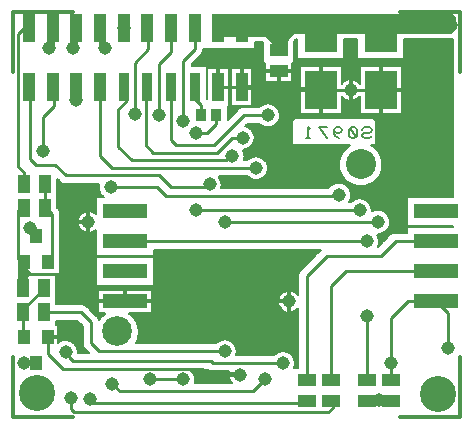
<source format=gbr>
%FSLAX23Y23*%
%MOIN*%
G04 EasyPC Gerber Version 13.0.2 Build 2807 *
%ADD150R,0.03500X0.04000*%
%ADD154R,0.03700X0.09500*%
%ADD153R,0.04000X0.04800*%
%ADD90R,0.04000X0.06000*%
%ADD79R,0.06000X0.04000*%
%ADD91R,0.04300X0.09500*%
%ADD151R,0.15000X0.05000*%
%ADD152R,0.11000X0.13000*%
%ADD75C,0.00500*%
%ADD83C,0.01100*%
%ADD74C,0.01200*%
%ADD82C,0.04500*%
%ADD78C,0.09900*%
%ADD20C,0.10000*%
%ADD76C,0.12000*%
X0Y0D02*
D02*
D20*
X18414Y18182D03*
D02*
D74*
X17255Y17540D02*
Y17340D01*
X17455*
X17255Y17540D02*
Y17340D01*
X17455*
X17384Y17608D02*
X17408D01*
X17455Y18690D02*
X17255D01*
Y18490*
X17455Y18690D02*
X17255D01*
Y18490*
X17489Y17990D02*
X17465D01*
X17505Y17973D02*
Y17949D01*
Y18006D02*
Y18030D01*
X17559Y17725D02*
X17535D01*
X17628Y17744D02*
Y17768D01*
X17697Y17725D02*
X17721D01*
X17939Y18481D02*
Y18505D01*
X17994Y17480D02*
X17970D01*
X18017Y18481D02*
Y18505D01*
X18033Y18440D02*
X18057D01*
X18117Y18493D02*
X18093D01*
X18141Y18479D02*
Y18455D01*
X18159Y17725D02*
X18135D01*
X18165Y18493D02*
X18189D01*
X18175Y17708D02*
Y17684D01*
Y17741D02*
Y17765D01*
X18231Y18430D02*
X18207D01*
X18280Y18371D02*
Y18347D01*
Y18489D02*
Y18513D01*
X18380Y18413D02*
Y18389D01*
Y18446D02*
Y18470D01*
X18480Y18371D02*
Y18347D01*
Y18489D02*
Y18513D01*
X18529Y18430D02*
X18553D01*
X18545Y17340D02*
X18745D01*
Y17540*
X18545Y17340D02*
X18745D01*
Y17540*
X18746Y18489D02*
Y18689D01*
X18546*
X18746Y18489D02*
Y18689D01*
X18546*
D02*
D75*
X17300Y17765D02*
Y17805D01*
X17310Y17815*
Y17820*
X17300Y17830*
Y17850*
X17295Y17855*
X17280*
X17275Y17850*
Y17770*
X17285Y17760*
X17300Y17765*
X17283Y17762D02*
X17291D01*
X17280Y17765D02*
X17300D01*
X17277Y17768D02*
X17300D01*
X17275Y17771D02*
X17300D01*
X17275Y17774D02*
X17300D01*
X17275Y17777D02*
X17300D01*
X17275Y17780D02*
X17300D01*
X17275Y17783D02*
X17300D01*
X17275Y17786D02*
X17300D01*
X17275Y17789D02*
X17300D01*
X17275Y17792D02*
X17300D01*
X17275Y17795D02*
X17300D01*
X17275Y17798D02*
X17300D01*
X17275Y17801D02*
X17300D01*
X17275Y17804D02*
X17300D01*
X17275Y17807D02*
X17302D01*
X17275Y17810D02*
X17305D01*
X17275Y17813D02*
X17308D01*
X17275Y17816D02*
X17310D01*
X17275Y17819D02*
X17310D01*
X17275Y17822D02*
X17308D01*
X17275Y17825D02*
X17305D01*
X17275Y17828D02*
X17302D01*
X17275Y17831D02*
X17300D01*
X17275Y17834D02*
X17300D01*
X17275Y17837D02*
X17300D01*
X17275Y17840D02*
X17300D01*
X17275Y17843D02*
X17300D01*
X17275Y17846D02*
X17300D01*
X17275Y17849D02*
X17300D01*
X17277Y17852D02*
X17298D01*
X17399Y17646D02*
X17405D01*
Y17588*
X17413Y17593*
X17423Y17596*
X17433Y17596*
X17444Y17594*
X17453Y17590*
X17461Y17583*
X17467Y17575*
X17470Y17565*
X17472Y17555*
X17472Y17553*
X17507*
X17495Y17565*
X17491Y17571*
X17488Y17577*
X17487Y17585*
Y17643*
X17469Y17661*
X17399*
Y17646*
X17472Y17553D02*
X17507D01*
X17472Y17556D02*
X17504D01*
X17471Y17559D02*
X17501D01*
X17471Y17562D02*
X17498D01*
X17470Y17565D02*
X17495D01*
X17469Y17568D02*
X17492D01*
X17468Y17571D02*
X17490D01*
X17467Y17574D02*
X17489D01*
X17465Y17577D02*
X17488D01*
X17463Y17580D02*
X17487D01*
X17460Y17583D02*
X17487D01*
X17457Y17586D02*
X17487D01*
X17405Y17589D02*
X17407D01*
X17453D02*
X17487D01*
X17405Y17592D02*
X17412D01*
X17448D02*
X17487D01*
X17405Y17595D02*
X17421D01*
X17439D02*
X17487D01*
X17405Y17598D02*
X17487D01*
X17405Y17601D02*
X17487D01*
X17405Y17604D02*
X17487D01*
X17405Y17607D02*
X17487D01*
X17405Y17610D02*
X17487D01*
X17405Y17613D02*
X17487D01*
X17405Y17616D02*
X17487D01*
X17405Y17619D02*
X17487D01*
X17405Y17622D02*
X17487D01*
X17405Y17625D02*
X17487D01*
X17405Y17628D02*
X17487D01*
X17405Y17631D02*
X17487D01*
X17405Y17634D02*
X17487D01*
X17405Y17637D02*
X17487D01*
X17405Y17640D02*
X17487D01*
X17405Y17643D02*
X17487D01*
X17399Y17646D02*
X17484D01*
X17399Y17649D02*
X17481D01*
X17399Y17652D02*
X17478D01*
X17399Y17655D02*
X17475D01*
X17399Y17658D02*
X17472D01*
X17399Y17717D02*
X17481D01*
X17488Y17716*
X17495Y17713*
X17500Y17709*
X17535Y17675*
X17539Y17669*
X17542Y17663*
X17548Y17672*
X17555Y17679*
X17563Y17685*
X17538*
Y17764*
X17717*
Y17685*
X17642*
X17652Y17677*
X17661Y17666*
X17668Y17654*
X17673Y17641*
X17674Y17627*
X17674Y17614*
X17670Y17600*
X17664Y17588*
X17931*
X17940Y17594*
X17950Y17598*
X17960Y17600*
X17971Y17598*
X17981Y17594*
X17989Y17587*
X17995Y17579*
X17999Y17569*
X18000Y17558*
X17998Y17548*
X18126*
X18135Y17554*
X18145Y17559*
X18156Y17560*
X18167Y17558*
X18177Y17553*
X18185Y17546*
X18191Y17536*
X18195Y17526*
X18195Y17515*
X18192Y17504*
X18205*
Y17704*
X18198Y17696*
X18189Y17691*
X18179Y17688*
X18169Y17688*
X18159Y17691*
X18150Y17697*
X18144Y17705*
X18139Y17714*
X18138Y17725*
X18139Y17735*
X18144Y17745*
X18150Y17752*
X18159Y17758*
X18169Y17761*
X18179Y17761*
X18189Y17759*
X18198Y17753*
X18205Y17746*
Y17810*
X18206Y17817*
X18209Y17825*
X18214Y17831*
X18279Y17896*
X18280Y17897*
X17725*
Y17877*
X17530*
Y17962*
X17521Y17956*
X17511Y17953*
X17500Y17953*
X17490Y17956*
X17481Y17962*
X17474Y17970*
X17470Y17979*
X17468Y17990*
X17470Y18000*
X17474Y18010*
X17481Y18018*
X17490Y18024*
X17500Y18026*
X17511Y18026*
X17521Y18023*
X17530Y18017*
Y18072*
X17557*
X17549Y18079*
X17544Y18087*
X17541Y18097*
X17540Y18107*
X17542Y18117*
X17430*
X17423Y18118*
X17416Y18120*
X17410Y18125*
X17403Y18132*
Y18037*
X17405Y18035*
X17409Y18029*
X17412Y18022*
X17413Y18015*
Y17870*
X17413Y17864*
Y17810*
X17399*
Y17718*
X17399*
Y17717*
X17530Y17872D02*
X17725D01*
Y17777*
X17530*
Y17872*
X18193Y17507D02*
X18205D01*
X18194Y17510D02*
X18205D01*
X18194Y17513D02*
X18205D01*
X18195Y17516D02*
X18205D01*
X18195Y17519D02*
X18205D01*
X18195Y17522D02*
X18205D01*
X18195Y17525D02*
X18205D01*
X18194Y17528D02*
X18205D01*
X18193Y17531D02*
X18205D01*
X18192Y17534D02*
X18205D01*
X18191Y17537D02*
X18205D01*
X18189Y17540D02*
X18205D01*
X18187Y17543D02*
X18205D01*
X18185Y17546D02*
X18205D01*
X17999Y17549D02*
X18128D01*
X18182D02*
X18205D01*
X17999Y17552D02*
X18131D01*
X18179D02*
X18205D01*
X18000Y17555D02*
X18136D01*
X18174D02*
X18205D01*
X18000Y17558D02*
X18144D01*
X18166D02*
X18205D01*
X18000Y17561D02*
X18205D01*
X18000Y17564D02*
X18205D01*
X17999Y17567D02*
X18205D01*
X17999Y17570D02*
X18205D01*
X17998Y17573D02*
X18205D01*
X17997Y17576D02*
X18205D01*
X17995Y17579D02*
X18205D01*
X17993Y17582D02*
X18205D01*
X17991Y17585D02*
X18205D01*
X17664Y17588D02*
X17932D01*
X17988D02*
X18205D01*
X17666Y17591D02*
X17935D01*
X17985D02*
X18205D01*
X17668Y17594D02*
X17940D01*
X17980D02*
X18205D01*
X17669Y17597D02*
X17946D01*
X17974D02*
X18205D01*
X17670Y17600D02*
X18205D01*
X17671Y17603D02*
X18205D01*
X17672Y17606D02*
X18205D01*
X17673Y17609D02*
X18205D01*
X17673Y17612D02*
X18205D01*
X17674Y17615D02*
X18205D01*
X17674Y17618D02*
X18205D01*
X17674Y17621D02*
X18205D01*
X17675Y17624D02*
X18205D01*
X17674Y17627D02*
X18205D01*
X17674Y17630D02*
X18205D01*
X17674Y17633D02*
X18205D01*
X17674Y17636D02*
X18205D01*
X17673Y17639D02*
X18205D01*
X17672Y17642D02*
X18205D01*
X17672Y17645D02*
X18205D01*
X17671Y17648D02*
X18205D01*
X17670Y17651D02*
X18205D01*
X17668Y17654D02*
X18205D01*
X17667Y17657D02*
X18205D01*
X17665Y17660D02*
X18205D01*
X17663Y17663D02*
X18205D01*
X17541Y17666D02*
X17544D01*
X17661D02*
X18205D01*
X17539Y17669D02*
X17546D01*
X17659D02*
X18205D01*
X17537Y17672D02*
X17548D01*
X17657D02*
X18205D01*
X17534Y17675D02*
X17551D01*
X17654D02*
X18205D01*
X17531Y17678D02*
X17554D01*
X17651D02*
X18205D01*
X17528Y17681D02*
X17558D01*
X17647D02*
X18205D01*
X17525Y17684D02*
X17562D01*
X17643D02*
X18205D01*
X17522Y17687D02*
X17538D01*
X17717D02*
X18205D01*
X17519Y17690D02*
X17538D01*
X17717D02*
X18162D01*
X18188D02*
X18205D01*
X17516Y17693D02*
X17538D01*
X17717D02*
X18156D01*
X18194D02*
X18205D01*
X17513Y17696D02*
X17538D01*
X17717D02*
X18152D01*
X18198D02*
X18205D01*
X17510Y17699D02*
X17538D01*
X17717D02*
X18148D01*
X18202D02*
X18205D01*
X17507Y17702D02*
X17538D01*
X17717D02*
X18146D01*
X18204D02*
X18205D01*
X17504Y17705D02*
X17538D01*
X17717D02*
X18144D01*
X17501Y17708D02*
X17538D01*
X17717D02*
X18142D01*
X17498Y17711D02*
X17538D01*
X17717D02*
X18141D01*
X17493Y17714D02*
X17538D01*
X17717D02*
X18140D01*
X17399Y17717D02*
X17538D01*
X17717D02*
X18139D01*
X17399Y17720D02*
X17538D01*
X17717D02*
X18138D01*
X17399Y17723D02*
X17538D01*
X17717D02*
X18138D01*
X17399Y17726D02*
X17538D01*
X17717D02*
X18138D01*
X17399Y17729D02*
X17538D01*
X17717D02*
X18138D01*
X17399Y17732D02*
X17538D01*
X17717D02*
X18139D01*
X17399Y17735D02*
X17538D01*
X17717D02*
X18139D01*
X17399Y17738D02*
X17538D01*
X17717D02*
X18140D01*
X17399Y17741D02*
X17538D01*
X17717D02*
X18142D01*
X17399Y17744D02*
X17538D01*
X17717D02*
X18143D01*
X17399Y17747D02*
X17538D01*
X17717D02*
X18146D01*
X18204D02*
X18205D01*
X17399Y17750D02*
X17538D01*
X17717D02*
X18148D01*
X18202D02*
X18205D01*
X17399Y17753D02*
X17538D01*
X17717D02*
X18151D01*
X18199D02*
X18205D01*
X17399Y17756D02*
X17538D01*
X17717D02*
X18155D01*
X18195D02*
X18205D01*
X17399Y17759D02*
X17538D01*
X17717D02*
X18161D01*
X18189D02*
X18205D01*
X17399Y17762D02*
X17538D01*
X17717D02*
X18205D01*
X17399Y17765D02*
X18205D01*
X17399Y17768D02*
X18205D01*
X17399Y17771D02*
X18205D01*
X17399Y17774D02*
X18205D01*
X17399Y17777D02*
X18205D01*
X17399Y17780D02*
X17530D01*
X17725D02*
X18205D01*
X17399Y17783D02*
X17530D01*
X17725D02*
X18205D01*
X17399Y17786D02*
X17530D01*
X17725D02*
X18205D01*
X17399Y17789D02*
X17530D01*
X17725D02*
X18205D01*
X17399Y17792D02*
X17530D01*
X17725D02*
X18205D01*
X17399Y17795D02*
X17530D01*
X17725D02*
X18205D01*
X17399Y17798D02*
X17530D01*
X17725D02*
X18205D01*
X17399Y17801D02*
X17530D01*
X17725D02*
X18205D01*
X17399Y17804D02*
X17530D01*
X17725D02*
X18205D01*
X17399Y17807D02*
X17530D01*
X17725D02*
X18205D01*
X17399Y17810D02*
X17530D01*
X17725D02*
X18205D01*
X17413Y17813D02*
X17530D01*
X17725D02*
X18206D01*
X17413Y17816D02*
X17530D01*
X17725D02*
X18206D01*
X17413Y17819D02*
X17530D01*
X17725D02*
X18207D01*
X17413Y17822D02*
X17530D01*
X17725D02*
X18208D01*
X17413Y17825D02*
X17530D01*
X17725D02*
X18210D01*
X17413Y17828D02*
X17530D01*
X17725D02*
X18212D01*
X17413Y17831D02*
X17530D01*
X17725D02*
X18215D01*
X17413Y17834D02*
X17530D01*
X17725D02*
X18218D01*
X17413Y17837D02*
X17530D01*
X17725D02*
X18221D01*
X17413Y17840D02*
X17530D01*
X17725D02*
X18224D01*
X17413Y17843D02*
X17530D01*
X17725D02*
X18227D01*
X17413Y17846D02*
X17530D01*
X17725D02*
X18230D01*
X17413Y17849D02*
X17530D01*
X17725D02*
X18233D01*
X17413Y17852D02*
X17530D01*
X17725D02*
X18236D01*
X17413Y17855D02*
X17530D01*
X17725D02*
X18239D01*
X17413Y17858D02*
X17530D01*
X17725D02*
X18242D01*
X17413Y17861D02*
X17530D01*
X17725D02*
X18245D01*
X17413Y17864D02*
X17530D01*
X17725D02*
X18248D01*
X17413Y17867D02*
X17530D01*
X17725D02*
X18251D01*
X17413Y17870D02*
X17530D01*
X17725D02*
X18254D01*
X17413Y17873D02*
X18257D01*
X17413Y17876D02*
X18260D01*
X17413Y17879D02*
X17530D01*
X17725D02*
X18263D01*
X17413Y17882D02*
X17530D01*
X17725D02*
X18266D01*
X17413Y17885D02*
X17530D01*
X17725D02*
X18269D01*
X17413Y17888D02*
X17530D01*
X17725D02*
X18272D01*
X17413Y17891D02*
X17530D01*
X17725D02*
X18275D01*
X17413Y17894D02*
X17530D01*
X17725D02*
X18278D01*
X17413Y17897D02*
X17530D01*
X17413Y17900D02*
X17530D01*
X17413Y17903D02*
X17530D01*
X17413Y17906D02*
X17530D01*
X17413Y17909D02*
X17530D01*
X17413Y17912D02*
X17530D01*
X17413Y17915D02*
X17530D01*
X17413Y17918D02*
X17530D01*
X17413Y17921D02*
X17530D01*
X17413Y17924D02*
X17530D01*
X17413Y17927D02*
X17530D01*
X17413Y17930D02*
X17530D01*
X17413Y17933D02*
X17530D01*
X17413Y17936D02*
X17530D01*
X17413Y17939D02*
X17530D01*
X17413Y17942D02*
X17530D01*
X17413Y17945D02*
X17530D01*
X17413Y17948D02*
X17530D01*
X17413Y17951D02*
X17530D01*
X17413Y17954D02*
X17495D01*
X17515D02*
X17530D01*
X17413Y17957D02*
X17488D01*
X17522D02*
X17530D01*
X17413Y17960D02*
X17483D01*
X17527D02*
X17530D01*
X17413Y17963D02*
X17479D01*
X17413Y17966D02*
X17477D01*
X17413Y17969D02*
X17474D01*
X17413Y17972D02*
X17472D01*
X17413Y17975D02*
X17471D01*
X17413Y17978D02*
X17470D01*
X17413Y17981D02*
X17469D01*
X17413Y17984D02*
X17468D01*
X17413Y17987D02*
X17468D01*
X17413Y17990D02*
X17468D01*
X17413Y17993D02*
X17468D01*
X17413Y17996D02*
X17469D01*
X17413Y17999D02*
X17469D01*
X17413Y18002D02*
X17470D01*
X17413Y18005D02*
X17471D01*
X17413Y18008D02*
X17473D01*
X17413Y18011D02*
X17475D01*
X17413Y18014D02*
X17477D01*
X17413Y18017D02*
X17480D01*
X17530D02*
X17530D01*
X17412Y18020D02*
X17484D01*
X17526D02*
X17530D01*
X17412Y18023D02*
X17489D01*
X17521D02*
X17530D01*
X17411Y18026D02*
X17498D01*
X17512D02*
X17530D01*
X17409Y18029D02*
X17530D01*
X17407Y18032D02*
X17530D01*
X17404Y18035D02*
X17530D01*
X17403Y18038D02*
X17530D01*
X17403Y18041D02*
X17530D01*
X17403Y18044D02*
X17530D01*
X17403Y18047D02*
X17530D01*
X17403Y18050D02*
X17530D01*
X17403Y18053D02*
X17530D01*
X17403Y18056D02*
X17530D01*
X17403Y18059D02*
X17530D01*
X17403Y18062D02*
X17530D01*
X17403Y18065D02*
X17530D01*
X17403Y18068D02*
X17530D01*
X17403Y18071D02*
X17530D01*
X17403Y18074D02*
X17554D01*
X17403Y18077D02*
X17551D01*
X17403Y18080D02*
X17548D01*
X17403Y18083D02*
X17546D01*
X17403Y18086D02*
X17545D01*
X17403Y18089D02*
X17543D01*
X17403Y18092D02*
X17542D01*
X17403Y18095D02*
X17541D01*
X17403Y18098D02*
X17541D01*
X17403Y18101D02*
X17540D01*
X17403Y18104D02*
X17540D01*
X17403Y18107D02*
X17540D01*
X17403Y18110D02*
X17540D01*
X17403Y18113D02*
X17541D01*
X17403Y18116D02*
X17542D01*
X17403Y18119D02*
X17419D01*
X17403Y18122D02*
X17414D01*
X17403Y18125D02*
X17410D01*
X17403Y18128D02*
X17407D01*
X17403Y18131D02*
X17404D01*
X17846Y17497D02*
X17854Y17490D01*
X17859Y17482*
X17862Y17472*
X17862Y17462*
X17861Y17453*
X17985*
X17978Y17461*
X17974Y17471*
X17973Y17481*
X17975Y17492*
X17920*
X17912Y17493*
X17904Y17497*
X17846*
X17861Y17455D02*
X17983D01*
X17862Y17458D02*
X17980D01*
X17862Y17461D02*
X17978D01*
X17862Y17464D02*
X17977D01*
X17862Y17467D02*
X17975D01*
X17862Y17470D02*
X17974D01*
X17862Y17473D02*
X17974D01*
X17861Y17476D02*
X17973D01*
X17860Y17479D02*
X17973D01*
X17859Y17482D02*
X17973D01*
X17857Y17485D02*
X17973D01*
X17855Y17488D02*
X17974D01*
X17853Y17491D02*
X17975D01*
X17850Y17494D02*
X17910D01*
X17851Y18510D02*
X17901D01*
Y18401*
X17903Y18399*
Y18502*
X17975*
Y18378*
X17970*
Y18329*
X18005Y18365*
X18011Y18369*
X18018Y18372*
X18025Y18373*
X18076*
X18085Y18379*
X18094Y18383*
X18105Y18385*
X18115Y18383*
X18125Y18379*
X18133Y18373*
X18140Y18365*
X18144Y18355*
X18145Y18345*
X18144Y18334*
X18140Y18325*
X18133Y18316*
X18125Y18310*
X18115Y18306*
X18105Y18305*
X18094Y18306*
X18085Y18310*
X18076Y18317*
X18037*
X18029Y18309*
X18038Y18305*
X18047Y18299*
X18054Y18291*
X18058Y18282*
X18060Y18271*
X18059Y18261*
X18055Y18251*
X18049Y18243*
X18041Y18236*
X18032Y18232*
X18021Y18230*
X18025Y18220*
X18027Y18209*
X18025Y18198*
X18036*
X18045Y18204*
X18054Y18208*
X18065Y18210*
X18075Y18208*
X18085Y18204*
X18093Y18198*
X18100Y18190*
X18104Y18180*
X18105Y18170*
X18104Y18159*
X18100Y18150*
X18093Y18141*
X18085Y18135*
X18075Y18131*
X18065Y18130*
X18054Y18131*
X18045Y18135*
X18036Y18142*
X17940*
X17945Y18133*
X17949Y18123*
X17950Y18113*
X17948Y18103*
X18305*
X18312Y18111*
X18321Y18117*
X18331Y18120*
X18342Y18121*
X18353Y18119*
X18363Y18115*
X18371Y18108*
X18377Y18099*
X18381Y18089*
X18382Y18078*
X18380Y18068*
X18375Y18058*
X18381*
X18390Y18064*
X18399Y18068*
X18410Y18070*
X18420Y18068*
X18430Y18064*
X18438Y18058*
X18445Y18050*
X18449Y18040*
X18450Y18030*
X18450Y18026*
X18460Y18030*
X18471Y18031*
X18481Y18030*
X18491Y18026*
X18500Y18019*
X18506Y18010*
X18510Y18000*
X18512Y17990*
X18510Y17979*
X18506Y17968*
X18498Y17959*
X18489Y17953*
X18479Y17949*
X18467Y17948*
X18472Y17939*
X18475Y17929*
X18474Y17918*
X18471Y17908*
X18509Y17946*
X18515Y17950*
X18522Y17953*
X18530Y17954*
X18567*
Y17972*
X18720*
Y17977*
X18567*
Y18072*
X18720*
Y18601*
X18714Y18600*
X18558*
Y18533*
X18403*
Y18600*
X18381*
X18375Y18600*
X18369Y18600*
X18358*
Y18532*
X18203*
Y18600*
X18200*
X18193Y18593*
Y18519*
X18185*
Y18458*
X18096*
Y18519*
X18088*
Y18589*
X18061*
Y18567*
X17888*
Y18565*
X17887Y18557*
X17884Y18551*
X17880Y18545*
X17851Y18516*
Y18510*
X18053Y18502D02*
Y18378D01*
X17981*
Y18502*
X18053*
X18350Y18409D02*
Y18350D01*
X18211*
Y18509*
X18350*
Y18451*
X18356Y18458*
X18365Y18464*
X18375Y18466*
X18385Y18466*
X18395Y18463*
X18404Y18458*
X18411Y18450*
Y18510*
X18550*
Y18351*
X18411*
Y18409*
X18404Y18402*
X18395Y18396*
X18385Y18393*
X18375Y18393*
X18365Y18396*
X18356Y18401*
X18350Y18409*
X18378Y18245D02*
X18198D01*
X18193Y18246*
X18189Y18248*
X18186Y18252*
X18185Y18257*
Y18322*
X18186Y18327*
X18189Y18331*
X18193Y18334*
X18198Y18335*
X18453*
X18457Y18334*
X18461Y18331*
X18464Y18327*
X18465Y18322*
Y18257*
X18464Y18252*
X18461Y18248*
X18457Y18246*
X18453Y18245*
X18449*
X18460Y18238*
X18469Y18229*
X18477Y18218*
X18482Y18207*
X18485Y18194*
X18486Y18182*
X18485Y18167*
X18481Y18154*
X18474Y18141*
X18465Y18130*
X18454Y18121*
X18442Y18115*
X18428Y18110*
X18414Y18109*
X18400Y18110*
X18386Y18115*
X18374Y18121*
X18363Y18130*
X18354Y18141*
X18347Y18154*
X18343Y18167*
X18341Y18182*
X18343Y18194*
X18346Y18207*
X18351Y18218*
X18359Y18229*
X18368Y18238*
X18378Y18245*
X18472Y17910D02*
X18473D01*
X18473Y17913D02*
X18476D01*
X18474Y17916D02*
X18479D01*
X18475Y17919D02*
X18482D01*
X18475Y17922D02*
X18485D01*
X18475Y17925D02*
X18488D01*
X18475Y17928D02*
X18491D01*
X18475Y17931D02*
X18494D01*
X18474Y17934D02*
X18497D01*
X18473Y17937D02*
X18500D01*
X18472Y17940D02*
X18503D01*
X18471Y17943D02*
X18506D01*
X18469Y17946D02*
X18509D01*
X18477Y17949D02*
X18513D01*
X18487Y17952D02*
X18518D01*
X18492Y17955D02*
X18567D01*
X18497Y17958D02*
X18567D01*
X18500Y17961D02*
X18567D01*
X18502Y17964D02*
X18567D01*
X18505Y17967D02*
X18567D01*
X18506Y17970D02*
X18567D01*
X18508Y17973D02*
X18720D01*
X18509Y17976D02*
X18720D01*
X18510Y17979D02*
X18567D01*
X18511Y17982D02*
X18567D01*
X18511Y17985D02*
X18567D01*
X18512Y17988D02*
X18567D01*
X18512Y17991D02*
X18567D01*
X18511Y17994D02*
X18567D01*
X18511Y17997D02*
X18567D01*
X18510Y18000D02*
X18567D01*
X18509Y18003D02*
X18567D01*
X18508Y18006D02*
X18567D01*
X18507Y18009D02*
X18567D01*
X18505Y18012D02*
X18567D01*
X18503Y18015D02*
X18567D01*
X18501Y18018D02*
X18567D01*
X18498Y18021D02*
X18567D01*
X18494Y18024D02*
X18567D01*
X18450Y18027D02*
X18451D01*
X18489D02*
X18567D01*
X18450Y18030D02*
X18459D01*
X18481D02*
X18567D01*
X18450Y18033D02*
X18567D01*
X18450Y18036D02*
X18567D01*
X18449Y18039D02*
X18567D01*
X18448Y18042D02*
X18567D01*
X18447Y18045D02*
X18567D01*
X18446Y18048D02*
X18567D01*
X18444Y18051D02*
X18567D01*
X18442Y18054D02*
X18567D01*
X18440Y18057D02*
X18567D01*
X18376Y18060D02*
X18384D01*
X18436D02*
X18567D01*
X18378Y18063D02*
X18387D01*
X18433D02*
X18567D01*
X18379Y18066D02*
X18393D01*
X18427D02*
X18567D01*
X18380Y18069D02*
X18401D01*
X18419D02*
X18567D01*
X18381Y18072D02*
X18567D01*
X18381Y18075D02*
X18720D01*
X18382Y18078D02*
X18720D01*
X18382Y18081D02*
X18720D01*
X18381Y18084D02*
X18720D01*
X18381Y18087D02*
X18720D01*
X18380Y18090D02*
X18720D01*
X18379Y18093D02*
X18720D01*
X18378Y18096D02*
X18720D01*
X18377Y18099D02*
X18720D01*
X18375Y18102D02*
X18720D01*
X17949Y18105D02*
X18307D01*
X18373D02*
X18720D01*
X17949Y18108D02*
X18309D01*
X18371D02*
X18720D01*
X17950Y18111D02*
X18312D01*
X18368D02*
X18398D01*
X18429D02*
X18720D01*
X17950Y18114D02*
X18316D01*
X18364D02*
X18388D01*
X18440D02*
X18720D01*
X17950Y18117D02*
X18321D01*
X18359D02*
X18381D01*
X18446D02*
X18720D01*
X17950Y18120D02*
X18329D01*
X18351D02*
X18376D01*
X18452D02*
X18720D01*
X17949Y18123D02*
X18372D01*
X18456D02*
X18720D01*
X17948Y18126D02*
X18368D01*
X18460D02*
X18720D01*
X17947Y18129D02*
X18364D01*
X18464D02*
X18720D01*
X17946Y18132D02*
X18053D01*
X18077D02*
X18361D01*
X18467D02*
X18720D01*
X17945Y18135D02*
X18046D01*
X18084D02*
X18359D01*
X18469D02*
X18720D01*
X17943Y18138D02*
X18041D01*
X18089D02*
X18356D01*
X18472D02*
X18720D01*
X17940Y18141D02*
X18037D01*
X18093D02*
X18354D01*
X18474D02*
X18720D01*
X18095Y18144D02*
X18352D01*
X18476D02*
X18720D01*
X18098Y18147D02*
X18350D01*
X18478D02*
X18720D01*
X18100Y18150D02*
X18349D01*
X18479D02*
X18720D01*
X18101Y18153D02*
X18347D01*
X18480D02*
X18720D01*
X18102Y18156D02*
X18346D01*
X18482D02*
X18720D01*
X18103Y18159D02*
X18345D01*
X18483D02*
X18720D01*
X18104Y18162D02*
X18344D01*
X18484D02*
X18720D01*
X18105Y18165D02*
X18343D01*
X18484D02*
X18720D01*
X18105Y18168D02*
X18343D01*
X18485D02*
X18720D01*
X18105Y18171D02*
X18342D01*
X18486D02*
X18720D01*
X18105Y18174D02*
X18342D01*
X18486D02*
X18720D01*
X18104Y18177D02*
X18342D01*
X18486D02*
X18720D01*
X18104Y18180D02*
X18341D01*
X18486D02*
X18720D01*
X18103Y18183D02*
X18341D01*
X18486D02*
X18720D01*
X18102Y18186D02*
X18342D01*
X18486D02*
X18720D01*
X18100Y18189D02*
X18342D01*
X18486D02*
X18720D01*
X18098Y18192D02*
X18342D01*
X18486D02*
X18720D01*
X18096Y18195D02*
X18343D01*
X18485D02*
X18720D01*
X18025Y18198D02*
X18036D01*
X18094D02*
X18343D01*
X18485D02*
X18720D01*
X18026Y18201D02*
X18040D01*
X18090D02*
X18344D01*
X18484D02*
X18720D01*
X18026Y18204D02*
X18044D01*
X18086D02*
X18345D01*
X18483D02*
X18720D01*
X18026Y18207D02*
X18050D01*
X18080D02*
X18346D01*
X18482D02*
X18720D01*
X18027Y18210D02*
X18347D01*
X18481D02*
X18720D01*
X18026Y18213D02*
X18348D01*
X18479D02*
X18720D01*
X18026Y18216D02*
X18350D01*
X18478D02*
X18720D01*
X18026Y18219D02*
X18352D01*
X18476D02*
X18720D01*
X18025Y18222D02*
X18354D01*
X18474D02*
X18720D01*
X18024Y18225D02*
X18356D01*
X18472D02*
X18720D01*
X18022Y18228D02*
X18358D01*
X18470D02*
X18720D01*
X18029Y18231D02*
X18361D01*
X18467D02*
X18720D01*
X18037Y18234D02*
X18364D01*
X18464D02*
X18720D01*
X18043Y18237D02*
X18367D01*
X18461D02*
X18720D01*
X18046Y18240D02*
X18371D01*
X18457D02*
X18720D01*
X18050Y18243D02*
X18375D01*
X18453D02*
X18720D01*
X18052Y18246D02*
X18193D01*
X18457D02*
X18720D01*
X18054Y18249D02*
X18188D01*
X18462D02*
X18720D01*
X18056Y18252D02*
X18186D01*
X18464D02*
X18720D01*
X18057Y18255D02*
X18185D01*
X18465D02*
X18720D01*
X18058Y18258D02*
X18185D01*
X18465D02*
X18720D01*
X18059Y18261D02*
X18185D01*
X18465D02*
X18720D01*
X18060Y18264D02*
X18185D01*
X18465D02*
X18720D01*
X18060Y18267D02*
X18185D01*
X18465D02*
X18720D01*
X18060Y18270D02*
X18185D01*
X18465D02*
X18720D01*
X18060Y18273D02*
X18185D01*
X18465D02*
X18720D01*
X18060Y18276D02*
X18185D01*
X18465D02*
X18720D01*
X18059Y18279D02*
X18185D01*
X18465D02*
X18720D01*
X18058Y18282D02*
X18185D01*
X18465D02*
X18720D01*
X18057Y18285D02*
X18185D01*
X18465D02*
X18720D01*
X18056Y18288D02*
X18185D01*
X18465D02*
X18720D01*
X18054Y18291D02*
X18185D01*
X18465D02*
X18720D01*
X18052Y18294D02*
X18185D01*
X18465D02*
X18720D01*
X18050Y18297D02*
X18185D01*
X18465D02*
X18720D01*
X18046Y18300D02*
X18185D01*
X18465D02*
X18720D01*
X18043Y18303D02*
X18185D01*
X18465D02*
X18720D01*
X18037Y18306D02*
X18096D01*
X18114D02*
X18185D01*
X18465D02*
X18720D01*
X18029Y18309D02*
X18088D01*
X18122D02*
X18185D01*
X18465D02*
X18720D01*
X18032Y18312D02*
X18082D01*
X18128D02*
X18185D01*
X18465D02*
X18720D01*
X18035Y18315D02*
X18079D01*
X18131D02*
X18185D01*
X18465D02*
X18720D01*
X18135Y18318D02*
X18185D01*
X18465D02*
X18720D01*
X18137Y18321D02*
X18185D01*
X18465D02*
X18720D01*
X18139Y18324D02*
X18185D01*
X18465D02*
X18720D01*
X18141Y18327D02*
X18186D01*
X18464D02*
X18720D01*
X17970Y18330D02*
X17970D01*
X18142D02*
X18188D01*
X18463D02*
X18720D01*
X17970Y18333D02*
X17973D01*
X18143D02*
X18191D01*
X18459D02*
X18720D01*
X17970Y18336D02*
X17976D01*
X18144D02*
X18720D01*
X17970Y18339D02*
X17979D01*
X18145D02*
X18720D01*
X17970Y18342D02*
X17982D01*
X18145D02*
X18720D01*
X17970Y18345D02*
X17985D01*
X18145D02*
X18720D01*
X17970Y18348D02*
X17988D01*
X18145D02*
X18720D01*
X17970Y18351D02*
X17991D01*
X18145D02*
X18211D01*
X18350D02*
X18720D01*
X17970Y18354D02*
X17994D01*
X18144D02*
X18211D01*
X18350D02*
X18411D01*
X18550D02*
X18720D01*
X17970Y18357D02*
X17997D01*
X18143D02*
X18211D01*
X18350D02*
X18411D01*
X18550D02*
X18720D01*
X17970Y18360D02*
X18000D01*
X18142D02*
X18211D01*
X18350D02*
X18411D01*
X18550D02*
X18720D01*
X17970Y18363D02*
X18003D01*
X18141D02*
X18211D01*
X18350D02*
X18411D01*
X18550D02*
X18720D01*
X17970Y18366D02*
X18006D01*
X18139D02*
X18211D01*
X18350D02*
X18411D01*
X18550D02*
X18720D01*
X17970Y18369D02*
X18011D01*
X18137D02*
X18211D01*
X18350D02*
X18411D01*
X18550D02*
X18720D01*
X17970Y18372D02*
X18018D01*
X18135D02*
X18211D01*
X18350D02*
X18411D01*
X18550D02*
X18720D01*
X17970Y18375D02*
X18079D01*
X18131D02*
X18211D01*
X18350D02*
X18411D01*
X18550D02*
X18720D01*
X17975Y18378D02*
X17981D01*
X18053D02*
X18082D01*
X18128D02*
X18211D01*
X18350D02*
X18411D01*
X18550D02*
X18720D01*
X17975Y18381D02*
X17981D01*
X18053D02*
X18088D01*
X18122D02*
X18211D01*
X18350D02*
X18411D01*
X18550D02*
X18720D01*
X17975Y18384D02*
X17981D01*
X18053D02*
X18096D01*
X18114D02*
X18211D01*
X18350D02*
X18411D01*
X18550D02*
X18720D01*
X17975Y18387D02*
X17981D01*
X18053D02*
X18211D01*
X18350D02*
X18411D01*
X18550D02*
X18720D01*
X17975Y18390D02*
X17981D01*
X18053D02*
X18211D01*
X18350D02*
X18411D01*
X18550D02*
X18720D01*
X17975Y18393D02*
X17981D01*
X18053D02*
X18211D01*
X18350D02*
X18411D01*
X18550D02*
X18720D01*
X17975Y18396D02*
X17981D01*
X18053D02*
X18211D01*
X18350D02*
X18365D01*
X18395D02*
X18411D01*
X18550D02*
X18720D01*
X17975Y18399D02*
X17981D01*
X18053D02*
X18211D01*
X18350D02*
X18360D01*
X18400D02*
X18411D01*
X18550D02*
X18720D01*
X17901Y18402D02*
X17903D01*
X17975D02*
X17981D01*
X18053D02*
X18211D01*
X18350D02*
X18356D01*
X18404D02*
X18411D01*
X18550D02*
X18720D01*
X17901Y18405D02*
X17903D01*
X17975D02*
X17981D01*
X18053D02*
X18211D01*
X18350D02*
X18353D01*
X18407D02*
X18411D01*
X18550D02*
X18720D01*
X17901Y18408D02*
X17903D01*
X17975D02*
X17981D01*
X18053D02*
X18211D01*
X18350D02*
X18350D01*
X18410D02*
X18411D01*
X18550D02*
X18720D01*
X17901Y18411D02*
X17903D01*
X17975D02*
X17981D01*
X18053D02*
X18211D01*
X18550D02*
X18720D01*
X17901Y18414D02*
X17903D01*
X17975D02*
X17981D01*
X18053D02*
X18211D01*
X18550D02*
X18720D01*
X17901Y18417D02*
X17903D01*
X17975D02*
X17981D01*
X18053D02*
X18211D01*
X18550D02*
X18720D01*
X17901Y18420D02*
X17903D01*
X17975D02*
X17981D01*
X18053D02*
X18211D01*
X18550D02*
X18720D01*
X17901Y18423D02*
X17903D01*
X17975D02*
X17981D01*
X18053D02*
X18211D01*
X18550D02*
X18720D01*
X17901Y18426D02*
X17903D01*
X17975D02*
X17981D01*
X18053D02*
X18211D01*
X18550D02*
X18720D01*
X17901Y18429D02*
X17903D01*
X17975D02*
X17981D01*
X18053D02*
X18211D01*
X18550D02*
X18720D01*
X17901Y18432D02*
X17903D01*
X17975D02*
X17981D01*
X18053D02*
X18211D01*
X18550D02*
X18720D01*
X17901Y18435D02*
X17903D01*
X17975D02*
X17981D01*
X18053D02*
X18211D01*
X18550D02*
X18720D01*
X17901Y18438D02*
X17903D01*
X17975D02*
X17981D01*
X18053D02*
X18211D01*
X18550D02*
X18720D01*
X17901Y18441D02*
X17903D01*
X17975D02*
X17981D01*
X18053D02*
X18211D01*
X18550D02*
X18720D01*
X17901Y18444D02*
X17903D01*
X17975D02*
X17981D01*
X18053D02*
X18211D01*
X18550D02*
X18720D01*
X17901Y18447D02*
X17903D01*
X17975D02*
X17981D01*
X18053D02*
X18211D01*
X18550D02*
X18720D01*
X17901Y18450D02*
X17903D01*
X17975D02*
X17981D01*
X18053D02*
X18211D01*
X18550D02*
X18720D01*
X17901Y18453D02*
X17903D01*
X17975D02*
X17981D01*
X18053D02*
X18211D01*
X18350D02*
X18351D01*
X18409D02*
X18411D01*
X18550D02*
X18720D01*
X17901Y18456D02*
X17903D01*
X17975D02*
X17981D01*
X18053D02*
X18211D01*
X18350D02*
X18354D01*
X18406D02*
X18411D01*
X18550D02*
X18720D01*
X17901Y18459D02*
X17903D01*
X17975D02*
X17981D01*
X18053D02*
X18096D01*
X18185D02*
X18211D01*
X18350D02*
X18357D01*
X18403D02*
X18411D01*
X18550D02*
X18720D01*
X17901Y18462D02*
X17903D01*
X17975D02*
X17981D01*
X18053D02*
X18096D01*
X18185D02*
X18211D01*
X18350D02*
X18361D01*
X18399D02*
X18411D01*
X18550D02*
X18720D01*
X17901Y18465D02*
X17903D01*
X17975D02*
X17981D01*
X18053D02*
X18096D01*
X18185D02*
X18211D01*
X18350D02*
X18368D01*
X18392D02*
X18411D01*
X18550D02*
X18720D01*
X17901Y18468D02*
X17903D01*
X17975D02*
X17981D01*
X18053D02*
X18096D01*
X18185D02*
X18211D01*
X18350D02*
X18411D01*
X18550D02*
X18720D01*
X17901Y18471D02*
X17903D01*
X17975D02*
X17981D01*
X18053D02*
X18096D01*
X18185D02*
X18211D01*
X18350D02*
X18411D01*
X18550D02*
X18720D01*
X17901Y18474D02*
X17903D01*
X17975D02*
X17981D01*
X18053D02*
X18096D01*
X18185D02*
X18211D01*
X18350D02*
X18411D01*
X18550D02*
X18720D01*
X17901Y18477D02*
X17903D01*
X17975D02*
X17981D01*
X18053D02*
X18096D01*
X18185D02*
X18211D01*
X18350D02*
X18411D01*
X18550D02*
X18720D01*
X17901Y18480D02*
X17903D01*
X17975D02*
X17981D01*
X18053D02*
X18096D01*
X18185D02*
X18211D01*
X18350D02*
X18411D01*
X18550D02*
X18720D01*
X17901Y18483D02*
X17903D01*
X17975D02*
X17981D01*
X18053D02*
X18096D01*
X18185D02*
X18211D01*
X18350D02*
X18411D01*
X18550D02*
X18720D01*
X17901Y18486D02*
X17903D01*
X17975D02*
X17981D01*
X18053D02*
X18096D01*
X18185D02*
X18211D01*
X18350D02*
X18411D01*
X18550D02*
X18720D01*
X17901Y18489D02*
X17903D01*
X17975D02*
X17981D01*
X18053D02*
X18096D01*
X18185D02*
X18211D01*
X18350D02*
X18411D01*
X18550D02*
X18720D01*
X17901Y18492D02*
X17903D01*
X17975D02*
X17981D01*
X18053D02*
X18096D01*
X18185D02*
X18211D01*
X18350D02*
X18411D01*
X18550D02*
X18720D01*
X17901Y18495D02*
X17903D01*
X17975D02*
X17981D01*
X18053D02*
X18096D01*
X18185D02*
X18211D01*
X18350D02*
X18411D01*
X18550D02*
X18720D01*
X17901Y18498D02*
X17903D01*
X17975D02*
X17981D01*
X18053D02*
X18096D01*
X18185D02*
X18211D01*
X18350D02*
X18411D01*
X18550D02*
X18720D01*
X17901Y18501D02*
X17903D01*
X17975D02*
X17981D01*
X18053D02*
X18096D01*
X18185D02*
X18211D01*
X18350D02*
X18411D01*
X18550D02*
X18720D01*
X17901Y18504D02*
X18096D01*
X18185D02*
X18211D01*
X18350D02*
X18411D01*
X18550D02*
X18720D01*
X17901Y18507D02*
X18096D01*
X18185D02*
X18211D01*
X18350D02*
X18411D01*
X18550D02*
X18720D01*
X17851Y18510D02*
X18096D01*
X18185D02*
X18411D01*
X18550D02*
X18720D01*
X17851Y18513D02*
X18096D01*
X18185D02*
X18720D01*
X17851Y18516D02*
X18096D01*
X18185D02*
X18720D01*
X17854Y18519D02*
X18096D01*
X18185D02*
X18720D01*
X17857Y18522D02*
X18088D01*
X18193D02*
X18720D01*
X17860Y18525D02*
X18088D01*
X18193D02*
X18720D01*
X17863Y18528D02*
X18088D01*
X18193D02*
X18720D01*
X17866Y18531D02*
X18088D01*
X18193D02*
X18720D01*
X17869Y18534D02*
X18088D01*
X18193D02*
X18203D01*
X18358D02*
X18403D01*
X18558D02*
X18720D01*
X17872Y18537D02*
X18088D01*
X18193D02*
X18203D01*
X18358D02*
X18403D01*
X18558D02*
X18720D01*
X17875Y18540D02*
X18088D01*
X18193D02*
X18203D01*
X18358D02*
X18403D01*
X18558D02*
X18720D01*
X17878Y18543D02*
X18088D01*
X18193D02*
X18203D01*
X18358D02*
X18403D01*
X18558D02*
X18720D01*
X17881Y18546D02*
X18088D01*
X18193D02*
X18203D01*
X18358D02*
X18403D01*
X18558D02*
X18720D01*
X17883Y18549D02*
X18088D01*
X18193D02*
X18203D01*
X18358D02*
X18403D01*
X18558D02*
X18720D01*
X17885Y18552D02*
X18088D01*
X18193D02*
X18203D01*
X18358D02*
X18403D01*
X18558D02*
X18720D01*
X17886Y18555D02*
X18088D01*
X18193D02*
X18203D01*
X18358D02*
X18403D01*
X18558D02*
X18720D01*
X17887Y18558D02*
X18088D01*
X18193D02*
X18203D01*
X18358D02*
X18403D01*
X18558D02*
X18720D01*
X17888Y18561D02*
X18088D01*
X18193D02*
X18203D01*
X18358D02*
X18403D01*
X18558D02*
X18720D01*
X17888Y18564D02*
X18088D01*
X18193D02*
X18203D01*
X18358D02*
X18403D01*
X18558D02*
X18720D01*
X18061Y18567D02*
X18088D01*
X18193D02*
X18203D01*
X18358D02*
X18403D01*
X18558D02*
X18720D01*
X18061Y18570D02*
X18088D01*
X18193D02*
X18203D01*
X18358D02*
X18403D01*
X18558D02*
X18720D01*
X18061Y18573D02*
X18088D01*
X18193D02*
X18203D01*
X18358D02*
X18403D01*
X18558D02*
X18720D01*
X18061Y18576D02*
X18088D01*
X18193D02*
X18203D01*
X18358D02*
X18403D01*
X18558D02*
X18720D01*
X18061Y18579D02*
X18088D01*
X18193D02*
X18203D01*
X18358D02*
X18403D01*
X18558D02*
X18720D01*
X18061Y18582D02*
X18088D01*
X18193D02*
X18203D01*
X18358D02*
X18403D01*
X18558D02*
X18720D01*
X18061Y18585D02*
X18088D01*
X18193D02*
X18203D01*
X18358D02*
X18403D01*
X18558D02*
X18720D01*
X18061Y18588D02*
X18088D01*
X18193D02*
X18203D01*
X18358D02*
X18403D01*
X18558D02*
X18720D01*
X18193Y18591D02*
X18203D01*
X18358D02*
X18403D01*
X18558D02*
X18720D01*
X18194Y18594D02*
X18203D01*
X18358D02*
X18403D01*
X18558D02*
X18720D01*
X18197Y18597D02*
X18203D01*
X18358D02*
X18403D01*
X18558D02*
X18720D01*
X18200Y18600D02*
X18203D01*
X18358D02*
X18403D01*
X18558D02*
X18720D01*
X18450Y18278D02*
X18447Y18272D01*
X18441Y18269*
X18428*
X18422Y18272*
X18419Y18278*
X18422Y18285*
X18428Y18288*
X18441*
X18447Y18291*
X18450Y18297*
X18447Y18303*
X18441Y18307*
X18428*
X18422Y18303*
X18419Y18297*
X18397Y18272D02*
X18391Y18269D01*
X18384*
X18378Y18272*
X18375Y18278*
Y18297*
X18378Y18303*
X18384Y18307*
X18391*
X18397Y18303*
X18400Y18297*
Y18278*
X18397Y18272*
X18378Y18303*
X18341Y18269D02*
X18334Y18272D01*
X18328Y18278*
X18325Y18288*
Y18297*
X18328Y18303*
X18334Y18307*
X18341*
X18347Y18303*
X18350Y18297*
X18347Y18291*
X18341Y18288*
X18334*
X18328Y18291*
X18325Y18297*
X18300Y18269D02*
X18275Y18307D01*
X18300*
X18244Y18269D02*
X18231D01*
X18238D02*
Y18307D01*
X18244Y18300*
X18727Y18664D02*
Y18670D01*
X18719Y18679*
X17944*
X17930Y18665*
Y18618*
X17939Y18609*
X18101*
X18123Y18586*
Y18564*
X18130Y18558*
X18160*
X18167Y18565*
Y18595*
X18192Y18620*
X18714*
X18732Y18639*
X18727Y18664*
X18129Y18559D02*
X18161D01*
X18126Y18562D02*
X18164D01*
X18123Y18565D02*
X18167D01*
X18123Y18568D02*
X18167D01*
X18123Y18571D02*
X18167D01*
X18123Y18574D02*
X18167D01*
X18123Y18577D02*
X18167D01*
X18123Y18580D02*
X18167D01*
X18123Y18583D02*
X18167D01*
X18123Y18586D02*
X18167D01*
X18121Y18589D02*
X18167D01*
X18118Y18592D02*
X18167D01*
X18115Y18595D02*
X18167D01*
X18112Y18598D02*
X18170D01*
X18109Y18601D02*
X18173D01*
X18106Y18604D02*
X18176D01*
X18103Y18607D02*
X18179D01*
X17938Y18610D02*
X18182D01*
X17935Y18613D02*
X18185D01*
X17932Y18616D02*
X18188D01*
X17930Y18619D02*
X18191D01*
X17930Y18622D02*
X18715D01*
X17930Y18625D02*
X18718D01*
X17930Y18628D02*
X18721D01*
X17930Y18631D02*
X18724D01*
X17930Y18634D02*
X18727D01*
X17930Y18637D02*
X18730D01*
X17930Y18640D02*
X18732D01*
X17930Y18643D02*
X18732D01*
X17930Y18646D02*
X18731D01*
X17930Y18649D02*
X18730D01*
X17930Y18652D02*
X18730D01*
X17930Y18655D02*
X18729D01*
X17930Y18658D02*
X18729D01*
X17930Y18661D02*
X18728D01*
X17930Y18664D02*
X18727D01*
X17932Y18667D02*
X18727D01*
X17935Y18670D02*
X18727D01*
X17938Y18673D02*
X18725D01*
X17941Y18676D02*
X18722D01*
D02*
D76*
X17335Y17420D03*
X18670Y17415D03*
D02*
D78*
X17602Y17625D03*
D02*
D79*
X18141Y18493D03*
Y18562D03*
X18234Y17393D03*
Y17462D03*
X18314Y17393D03*
Y17462D03*
X18434Y17393D03*
Y17462D03*
X18514Y17393D03*
Y17462D03*
D02*
D82*
X17290Y17520D03*
X17310Y17970D03*
X17355Y18225D03*
X17375Y18570D03*
X17430Y17555D03*
X17448Y17402D03*
X17455Y18570D03*
X17465Y18395D03*
X17505Y17990D03*
X17510Y17400D03*
X17560Y18570D03*
X17580Y18105D03*
X17585Y17450D03*
X17625Y18635D03*
X17660Y18350D03*
X17710Y17465D03*
X17741Y18347D03*
X17823Y17465D03*
Y18327D03*
X17865Y18030D03*
Y18285D03*
X17910Y18115D03*
X17960Y17560D03*
Y17990D03*
X17985Y18210D03*
X18010Y17480D03*
X18020Y18270D03*
X18065Y18170D03*
X18095Y17465D03*
X18105Y18345D03*
X18155Y17520D03*
X18175Y17725D03*
X18340Y18080D03*
X18375Y18640D03*
X18380Y18430D03*
X18410Y18030D03*
X18435Y17675D03*
Y17925D03*
X18470Y17990D03*
X18475Y17395D03*
X18515Y17520D03*
X18705Y17570D03*
X18715Y18645D03*
D02*
D83*
X17288Y17689D02*
Y17602D01*
X17290Y17600*
Y17608*
X17288Y17770D02*
Y17847D01*
X17280Y17855*
X17290Y17857*
X17283*
X17270Y17870*
Y18030*
X17280Y18040*
X17291Y18038*
X17290Y17857D02*
Y17815D01*
X17505*
Y17972*
X17291Y18118D02*
Y18153D01*
X17270Y18175*
Y18615*
X17290Y18635*
X17310*
X17309Y18637*
X17308Y17520D02*
X17330D01*
Y17521*
X17309Y18440D02*
X17305Y18430D01*
X17310Y18425*
Y18200*
X17330Y18180*
X17395*
X17430Y18145*
X17740*
X17780Y18105*
X17896*
X17330Y17944D02*
Y17950D01*
X17322Y17957*
X17355Y18242D02*
Y18340D01*
X17390Y18375*
Y18430*
X17385Y18435*
X17387Y18440*
X17357Y17770D02*
Y17767D01*
X17285Y17695*
X17288Y17689*
X17360Y18038D02*
Y18115D01*
X17360Y18115*
X17360Y18118*
X17370Y17608D02*
Y17550D01*
X17420Y17500*
X17885*
X17900Y17485*
X17993*
X17370Y17857D02*
X17372D01*
X17385Y17870*
Y18015*
X17365Y18035*
X17360Y18038*
X17387Y18637D02*
Y18582D01*
X17387Y18582*
X17465Y18412D02*
Y18440D01*
X17466*
Y18637D02*
Y18583D01*
X17505Y17972D02*
Y17750D01*
X17530Y17725*
X17628*
X17522Y17387D02*
X17525Y17385D01*
X18240*
X18245Y17390*
X18234Y17393*
X17545Y18579D02*
X17545Y18580D01*
X17545Y18637*
X17597Y17437D02*
X17610Y17425D01*
X18055*
X18083Y17452*
X17598Y18105D02*
X17735D01*
X17765Y18075*
X18323*
X17628Y17925D02*
X18418D01*
X17660Y18367D02*
Y18520D01*
X17705Y18565*
Y18640*
X17702Y18637*
X17781D02*
Y18556D01*
X17741Y18517*
Y18364*
X17805Y17465D02*
X17727D01*
X17860Y18637D02*
Y18565D01*
X17823Y18527*
Y18345*
X17880D02*
Y18380D01*
X17860Y18400*
X17860Y18440*
X17883Y18285D02*
X17900D01*
X17930Y18315*
Y18345*
X17939Y18440D02*
X18017D01*
X17942Y17560D02*
X17540D01*
X17515Y17585*
Y17655*
X17481Y17689*
X17357*
X17970Y18200D02*
X17965Y18195D01*
X17650*
X17605Y18240*
Y18365*
X17630Y18390*
Y18445*
X17635Y18450*
X17624Y18440*
X17977Y17990D02*
X18453D01*
X18003Y18270D02*
X17985D01*
X17935Y18220*
X17723*
X17698Y18245*
Y18420*
X17700Y18422*
Y18430*
X17702Y18440*
X18017Y18637D02*
X18017D01*
X18015Y18635*
X17940*
X17939Y18636*
Y18637*
X18048Y18170D02*
X17585D01*
X17545Y18210*
Y18435*
X17550Y18440*
X17545*
X18088Y18345D02*
X18025D01*
X17925Y18245*
X17798*
X17780Y18262*
Y18440*
X17785Y18445*
X17781Y18440*
X18138Y17520D02*
X17920D01*
X17915Y17525*
X17455*
X17440Y17540*
X18141Y18493D02*
Y18435D01*
X18140Y18435*
X18290*
X18280Y18430*
X18141Y18493D02*
Y18435D01*
X18140Y18435*
X18020*
X18015Y18440*
X18017*
X18141Y18562D02*
Y18639D01*
X18140Y18640*
X18280*
Y18620*
X18141Y18562D02*
Y18639D01*
X18140Y18640*
X18020*
X18015Y18635*
X18017Y18637*
X18158Y17725D02*
X17628D01*
X18314Y17393D02*
X18320Y17380D01*
Y17370*
X18305Y17355*
X17458*
X17448Y17365*
Y17385*
X18358Y18640D02*
X18280D01*
Y18620*
X18363Y18430D02*
X18280D01*
X18392Y18030D02*
X17883D01*
X18435Y17657D02*
X18434Y17462D01*
X18458Y17395D02*
X18435D01*
X18434Y17393*
X18480Y18430D02*
Y18430D01*
X18280*
X18480Y18620D02*
Y18644D01*
X18480Y18645*
X18698*
X18480Y18620D02*
Y18640D01*
X18291*
X18290Y18639*
Y18620*
X18280*
X18514Y17393D02*
X18427D01*
X18425Y17395*
X18434Y17393*
X18514Y17462D02*
Y17669D01*
X18570Y17725*
X18665*
X18515Y17502D02*
X18514Y17462D01*
X18665Y17825D02*
X18365D01*
X18315Y17775*
Y17465*
X18320Y17460*
X18314Y17462*
X18665Y17925D02*
X18530D01*
X18480Y17875*
X18300*
X18235Y17810*
Y17460*
X18234Y17462*
X18705Y17587D02*
Y17685D01*
X18665Y17725*
D02*
D90*
X17288Y17689D03*
X17288Y17770D03*
X17291Y18038D03*
Y18118D03*
X17357Y17689D03*
X17357Y17770D03*
X17360Y18038D03*
Y18118D03*
D02*
D91*
X17309Y18440D03*
Y18637D03*
X17387Y18440D03*
Y18637D03*
X17466Y18440D03*
Y18637D03*
X17545Y18440D03*
Y18637D03*
X17624D03*
X17702D03*
X17781D03*
X17860D03*
X17939Y18440D03*
Y18637D03*
X18017Y18440D03*
Y18637D03*
D02*
D150*
X17880Y18345D03*
X17930D03*
D02*
D151*
X17628Y17725D03*
Y17825D03*
Y17925D03*
Y18025D03*
X18665Y17725D03*
Y17825D03*
Y17925D03*
Y18025D03*
D02*
D152*
X18280Y18430D03*
Y18620D03*
X18480Y18430D03*
Y18620D03*
D02*
D153*
X17290Y17608D03*
Y17857D03*
X17330Y17521D03*
Y17944D03*
X17370Y17608D03*
Y17857D03*
D02*
D154*
X17624Y18440D03*
X17702D03*
X17781D03*
X17860D03*
X0Y0D02*
M02*

</source>
